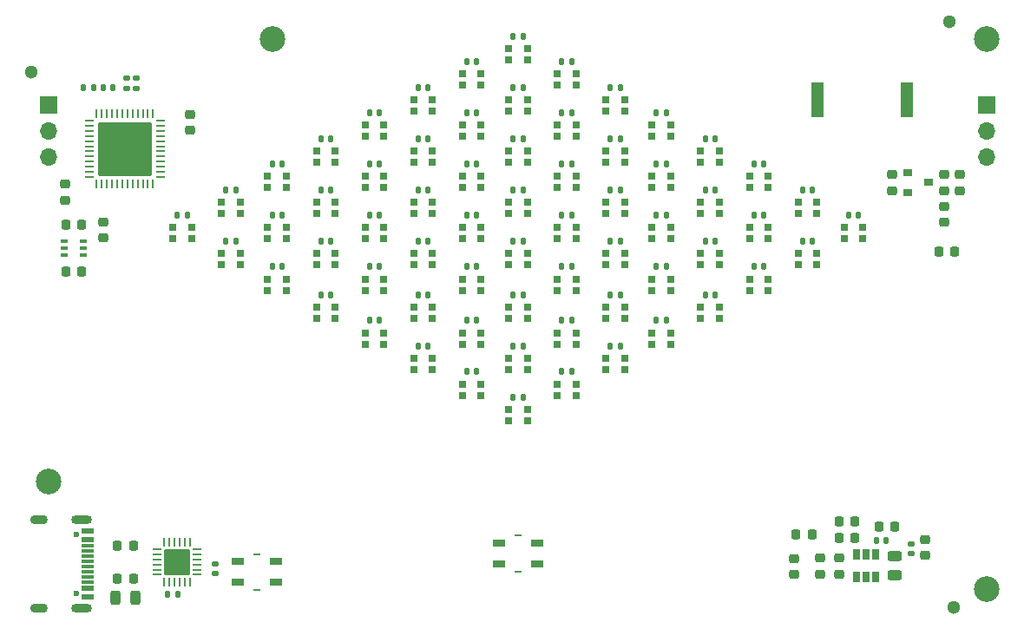
<source format=gbr>
G04 #@! TF.GenerationSoftware,KiCad,Pcbnew,5.99.0-unknown-4852a8afa1~142~ubuntu20.04.1*
G04 #@! TF.CreationDate,2021-10-18T20:21:54+02:00*
G04 #@! TF.ProjectId,chip2,63686970-322e-46b6-9963-61645f706362,1*
G04 #@! TF.SameCoordinates,Original*
G04 #@! TF.FileFunction,Soldermask,Top*
G04 #@! TF.FilePolarity,Negative*
%FSLAX46Y46*%
G04 Gerber Fmt 4.6, Leading zero omitted, Abs format (unit mm)*
G04 Created by KiCad (PCBNEW 5.99.0-unknown-4852a8afa1~142~ubuntu20.04.1) date 2021-10-18 20:21:54*
%MOMM*%
%LPD*%
G01*
G04 APERTURE LIST*
G04 Aperture macros list*
%AMRoundRect*
0 Rectangle with rounded corners*
0 $1 Rounding radius*
0 $2 $3 $4 $5 $6 $7 $8 $9 X,Y pos of 4 corners*
0 Add a 4 corners polygon primitive as box body*
4,1,4,$2,$3,$4,$5,$6,$7,$8,$9,$2,$3,0*
0 Add four circle primitives for the rounded corners*
1,1,$1+$1,$2,$3*
1,1,$1+$1,$4,$5*
1,1,$1+$1,$6,$7*
1,1,$1+$1,$8,$9*
0 Add four rect primitives between the rounded corners*
20,1,$1+$1,$2,$3,$4,$5,0*
20,1,$1+$1,$4,$5,$6,$7,0*
20,1,$1+$1,$6,$7,$8,$9,0*
20,1,$1+$1,$8,$9,$2,$3,0*%
G04 Aperture macros list end*
%ADD10C,1.300000*%
%ADD11RoundRect,0.062500X0.287500X0.062500X-0.287500X0.062500X-0.287500X-0.062500X0.287500X-0.062500X0*%
%ADD12R,1.250000X0.700000*%
%ADD13RoundRect,0.062500X-0.287500X-0.062500X0.287500X-0.062500X0.287500X0.062500X-0.287500X0.062500X0*%
%ADD14RoundRect,0.147500X-0.147500X-0.172500X0.147500X-0.172500X0.147500X0.172500X-0.147500X0.172500X0*%
%ADD15R,0.700000X0.700000*%
%ADD16RoundRect,0.218750X-0.256250X0.218750X-0.256250X-0.218750X0.256250X-0.218750X0.256250X0.218750X0*%
%ADD17RoundRect,0.147500X0.147500X0.172500X-0.147500X0.172500X-0.147500X-0.172500X0.147500X-0.172500X0*%
%ADD18C,2.500000*%
%ADD19RoundRect,0.218750X0.256250X-0.218750X0.256250X0.218750X-0.256250X0.218750X-0.256250X-0.218750X0*%
%ADD20RoundRect,0.243750X0.243750X0.456250X-0.243750X0.456250X-0.243750X-0.456250X0.243750X-0.456250X0*%
%ADD21RoundRect,0.218750X0.218750X0.256250X-0.218750X0.256250X-0.218750X-0.256250X0.218750X-0.256250X0*%
%ADD22C,0.600000*%
%ADD23R,1.160000X0.600000*%
%ADD24R,1.160000X0.300000*%
%ADD25O,1.700000X0.900000*%
%ADD26O,2.000000X0.900000*%
%ADD27R,0.650000X1.060000*%
%ADD28RoundRect,0.218750X-0.218750X-0.256250X0.218750X-0.256250X0.218750X0.256250X-0.218750X0.256250X0*%
%ADD29RoundRect,0.062500X-0.350000X-0.062500X0.350000X-0.062500X0.350000X0.062500X-0.350000X0.062500X0*%
%ADD30RoundRect,0.062500X-0.062500X-0.350000X0.062500X-0.350000X0.062500X0.350000X-0.062500X0.350000X0*%
%ADD31RoundRect,0.250000X-1.050000X-1.050000X1.050000X-1.050000X1.050000X1.050000X-1.050000X1.050000X0*%
%ADD32RoundRect,0.147500X0.172500X-0.147500X0.172500X0.147500X-0.172500X0.147500X-0.172500X-0.147500X0*%
%ADD33R,1.300000X3.400000*%
%ADD34RoundRect,0.147500X-0.172500X0.147500X-0.172500X-0.147500X0.172500X-0.147500X0.172500X0.147500X0*%
%ADD35RoundRect,0.243750X0.456250X-0.243750X0.456250X0.243750X-0.456250X0.243750X-0.456250X-0.243750X0*%
%ADD36R,1.700000X1.700000*%
%ADD37O,1.700000X1.700000*%
%ADD38R,0.900000X0.800000*%
%ADD39R,0.650000X0.400000*%
%ADD40RoundRect,0.062500X-0.062500X0.337500X-0.062500X-0.337500X0.062500X-0.337500X0.062500X0.337500X0*%
%ADD41RoundRect,0.062500X-0.337500X0.062500X-0.337500X-0.062500X0.337500X-0.062500X0.337500X0.062500X0*%
%ADD42RoundRect,0.250001X-2.399999X2.399999X-2.399999X-2.399999X2.399999X-2.399999X2.399999X2.399999X0*%
G04 APERTURE END LIST*
D10*
X187600000Y-62100000D03*
X98000000Y-67000000D03*
X188000000Y-119250000D03*
D11*
X120050000Y-117550000D03*
X120050000Y-114050000D03*
D12*
X121925000Y-116800000D03*
X118175000Y-116800000D03*
X121925000Y-114800000D03*
X118175000Y-114800000D03*
D13*
X145500000Y-112250000D03*
X145500000Y-115750000D03*
D12*
X143625000Y-113000000D03*
X147375000Y-113000000D03*
X143625000Y-115000000D03*
X147375000Y-115000000D03*
D14*
X126265000Y-78500000D03*
X127235000Y-78500000D03*
D15*
X149335000Y-72200000D03*
X149335000Y-73300000D03*
X151165000Y-73300000D03*
X151165000Y-72200000D03*
D16*
X188650000Y-77012500D03*
X188650000Y-78587500D03*
D15*
X154085000Y-89950000D03*
X154085000Y-91050000D03*
X155915000Y-91050000D03*
X155915000Y-89950000D03*
D14*
X105015000Y-68500000D03*
X105985000Y-68500000D03*
X135765000Y-83500000D03*
X136735000Y-83500000D03*
D17*
X131985000Y-91250000D03*
X131015000Y-91250000D03*
D15*
X163335000Y-79700000D03*
X163335000Y-80800000D03*
X165165000Y-80800000D03*
X165165000Y-79700000D03*
D17*
X145985000Y-63500000D03*
X145015000Y-63500000D03*
D18*
X121590000Y-63750000D03*
D19*
X105050000Y-83187500D03*
X105050000Y-81612500D03*
D15*
X125835000Y-79700000D03*
X125835000Y-80800000D03*
X127665000Y-80800000D03*
X127665000Y-79700000D03*
D17*
X164735000Y-83500000D03*
X163765000Y-83500000D03*
D14*
X173265000Y-83500000D03*
X174235000Y-83500000D03*
D15*
X158585000Y-82200000D03*
X158585000Y-83300000D03*
X160415000Y-83300000D03*
X160415000Y-82200000D03*
D17*
X127235000Y-88750000D03*
X126265000Y-88750000D03*
D14*
X135765000Y-68500000D03*
X136735000Y-68500000D03*
D17*
X127235000Y-73500000D03*
X126265000Y-73500000D03*
X150735000Y-81000000D03*
X149765000Y-81000000D03*
D15*
X149335000Y-77200000D03*
X149335000Y-78300000D03*
X151165000Y-78300000D03*
X151165000Y-77200000D03*
D14*
X131015000Y-76000000D03*
X131985000Y-76000000D03*
D15*
X140085000Y-72200000D03*
X140085000Y-73300000D03*
X141915000Y-73300000D03*
X141915000Y-72200000D03*
D14*
X140515000Y-81000000D03*
X141485000Y-81000000D03*
D16*
X182000000Y-77012500D03*
X182000000Y-78587500D03*
D14*
X140515000Y-71000000D03*
X141485000Y-71000000D03*
D18*
X191250000Y-63750000D03*
D15*
X149335000Y-82200000D03*
X149335000Y-83300000D03*
X151165000Y-83300000D03*
X151165000Y-82200000D03*
X116585000Y-84700000D03*
X116585000Y-85800000D03*
X118415000Y-85800000D03*
X118415000Y-84700000D03*
D20*
X108137500Y-118350000D03*
X106262500Y-118350000D03*
D14*
X111315000Y-118000000D03*
X112285000Y-118000000D03*
D19*
X172450000Y-116047500D03*
X172450000Y-114472500D03*
D16*
X187100000Y-77012500D03*
X187100000Y-78587500D03*
D15*
X172835000Y-79700000D03*
X172835000Y-80800000D03*
X174665000Y-80800000D03*
X174665000Y-79700000D03*
D14*
X154515000Y-68500000D03*
X155485000Y-68500000D03*
D21*
X102962500Y-81900000D03*
X101387500Y-81900000D03*
D14*
X140515000Y-86000000D03*
X141485000Y-86000000D03*
D17*
X150735000Y-76000000D03*
X149765000Y-76000000D03*
D15*
X149335000Y-87200000D03*
X149335000Y-88300000D03*
X151165000Y-88300000D03*
X151165000Y-87200000D03*
D22*
X102450000Y-112110000D03*
X102450000Y-117890000D03*
D23*
X103510000Y-111800000D03*
X103510000Y-112600000D03*
D24*
X103510000Y-113750000D03*
X103510000Y-114750000D03*
X103510000Y-115250000D03*
X103510000Y-116250000D03*
D23*
X103510000Y-117400000D03*
X103510000Y-118200000D03*
X103510000Y-118200000D03*
X103510000Y-117400000D03*
D24*
X103510000Y-116750000D03*
X103510000Y-115750000D03*
X103510000Y-114250000D03*
X103510000Y-113250000D03*
D23*
X103510000Y-112600000D03*
X103510000Y-111800000D03*
D25*
X98760000Y-110680000D03*
D26*
X102930000Y-119320000D03*
D25*
X98760000Y-119320000D03*
D26*
X102930000Y-110680000D03*
D17*
X127235000Y-83500000D03*
X126265000Y-83500000D03*
D19*
X176850000Y-115987500D03*
X176850000Y-114412500D03*
D17*
X136735000Y-93750000D03*
X135765000Y-93750000D03*
D15*
X163335000Y-74700000D03*
X163335000Y-75800000D03*
X165165000Y-75800000D03*
X165165000Y-74700000D03*
X144585000Y-89950000D03*
X144585000Y-91050000D03*
X146415000Y-91050000D03*
X146415000Y-89950000D03*
D17*
X155485000Y-78500000D03*
X154515000Y-78500000D03*
D16*
X113550000Y-71137500D03*
X113550000Y-72712500D03*
D15*
X154085000Y-79700000D03*
X154085000Y-80800000D03*
X155915000Y-80800000D03*
X155915000Y-79700000D03*
X158585000Y-77200000D03*
X158585000Y-78300000D03*
X160415000Y-78300000D03*
X160415000Y-77200000D03*
X130585000Y-72200000D03*
X130585000Y-73300000D03*
X132415000Y-73300000D03*
X132415000Y-72200000D03*
X140085000Y-87200000D03*
X140085000Y-88300000D03*
X141915000Y-88300000D03*
X141915000Y-87200000D03*
X140085000Y-77200000D03*
X140085000Y-78300000D03*
X141915000Y-78300000D03*
X141915000Y-77200000D03*
D14*
X112265000Y-81000000D03*
X113235000Y-81000000D03*
D15*
X125835000Y-84700000D03*
X125835000Y-85800000D03*
X127665000Y-85800000D03*
X127665000Y-84700000D03*
D17*
X150735000Y-91250000D03*
X149765000Y-91250000D03*
X145985000Y-98750000D03*
X145015000Y-98750000D03*
D15*
X168085000Y-82200000D03*
X168085000Y-83300000D03*
X169915000Y-83300000D03*
X169915000Y-82200000D03*
D14*
X117015000Y-78500000D03*
X117985000Y-78500000D03*
D15*
X135335000Y-89950000D03*
X135335000Y-91050000D03*
X137165000Y-91050000D03*
X137165000Y-89950000D03*
D17*
X169485000Y-76000000D03*
X168515000Y-76000000D03*
D14*
X131015000Y-71000000D03*
X131985000Y-71000000D03*
D15*
X163335000Y-89950000D03*
X163335000Y-91050000D03*
X165165000Y-91050000D03*
X165165000Y-89950000D03*
D14*
X154515000Y-73500000D03*
X155485000Y-73500000D03*
D19*
X185200000Y-114187500D03*
X185200000Y-112612500D03*
D15*
X149335000Y-67200000D03*
X149335000Y-68300000D03*
X151165000Y-68300000D03*
X151165000Y-67200000D03*
D14*
X149765000Y-86000000D03*
X150735000Y-86000000D03*
X145015000Y-88750000D03*
X145985000Y-88750000D03*
D15*
X168085000Y-87200000D03*
X168085000Y-88300000D03*
X169915000Y-88300000D03*
X169915000Y-87200000D03*
D19*
X187100000Y-81687500D03*
X187100000Y-80112500D03*
D15*
X130585000Y-77200000D03*
X130585000Y-78300000D03*
X132415000Y-78300000D03*
X132415000Y-77200000D03*
D27*
X178500000Y-116300000D03*
X179450000Y-116300000D03*
X180400000Y-116300000D03*
X180400000Y-114100000D03*
X179450000Y-114100000D03*
X178500000Y-114100000D03*
D15*
X144585000Y-69700000D03*
X144585000Y-70800000D03*
X146415000Y-70800000D03*
X146415000Y-69700000D03*
X144585000Y-74700000D03*
X144585000Y-75800000D03*
X146415000Y-75800000D03*
X146415000Y-74700000D03*
X172835000Y-84700000D03*
X172835000Y-85800000D03*
X174665000Y-85800000D03*
X174665000Y-84700000D03*
D17*
X131985000Y-81000000D03*
X131015000Y-81000000D03*
D15*
X140085000Y-97450000D03*
X140085000Y-98550000D03*
X141915000Y-98550000D03*
X141915000Y-97450000D03*
X154085000Y-94950000D03*
X154085000Y-96050000D03*
X155915000Y-96050000D03*
X155915000Y-94950000D03*
D28*
X186562500Y-84525000D03*
X188137500Y-84525000D03*
D14*
X145015000Y-73500000D03*
X145985000Y-73500000D03*
X149765000Y-96250000D03*
X150735000Y-96250000D03*
D15*
X135335000Y-74700000D03*
X135335000Y-75800000D03*
X137165000Y-75800000D03*
X137165000Y-74700000D03*
X135335000Y-79700000D03*
X135335000Y-80800000D03*
X137165000Y-80800000D03*
X137165000Y-79700000D03*
X163335000Y-84700000D03*
X163335000Y-85800000D03*
X165165000Y-85800000D03*
X165165000Y-84700000D03*
D17*
X122485000Y-81000000D03*
X121515000Y-81000000D03*
D28*
X180712500Y-111350000D03*
X182287500Y-111350000D03*
D15*
X154085000Y-84700000D03*
X154085000Y-85800000D03*
X155915000Y-85800000D03*
X155915000Y-84700000D03*
X144585000Y-79700000D03*
X144585000Y-80800000D03*
X146415000Y-80800000D03*
X146415000Y-79700000D03*
X144585000Y-99950000D03*
X144585000Y-101050000D03*
X146415000Y-101050000D03*
X146415000Y-99950000D03*
D14*
X177765000Y-81000000D03*
X178735000Y-81000000D03*
D15*
X140085000Y-67200000D03*
X140085000Y-68300000D03*
X141915000Y-68300000D03*
X141915000Y-67200000D03*
D29*
X110312500Y-113562500D03*
X110312500Y-114062500D03*
X110312500Y-114562500D03*
X110312500Y-115062500D03*
X110312500Y-115562500D03*
X110312500Y-116062500D03*
D30*
X111000000Y-116750000D03*
X111500000Y-116750000D03*
X112000000Y-116750000D03*
X112500000Y-116750000D03*
X113000000Y-116750000D03*
X113500000Y-116750000D03*
D29*
X114187500Y-116062500D03*
X114187500Y-115562500D03*
X114187500Y-115062500D03*
X114187500Y-114562500D03*
X114187500Y-114062500D03*
X114187500Y-113562500D03*
D30*
X113500000Y-112875000D03*
X113000000Y-112875000D03*
X112500000Y-112875000D03*
X112000000Y-112875000D03*
X111500000Y-112875000D03*
X111000000Y-112875000D03*
D31*
X112250000Y-114812500D03*
D28*
X101387500Y-86500000D03*
X102962500Y-86500000D03*
D15*
X154085000Y-69700000D03*
X154085000Y-70800000D03*
X155915000Y-70800000D03*
X155915000Y-69700000D03*
D17*
X122485000Y-76000000D03*
X121515000Y-76000000D03*
D15*
X154085000Y-74700000D03*
X154085000Y-75800000D03*
X155915000Y-75800000D03*
X155915000Y-74700000D03*
X135335000Y-94950000D03*
X135335000Y-96050000D03*
X137165000Y-96050000D03*
X137165000Y-94950000D03*
D17*
X164735000Y-73500000D03*
X163765000Y-73500000D03*
X164735000Y-78500000D03*
X163765000Y-78500000D03*
D14*
X140515000Y-76000000D03*
X141485000Y-76000000D03*
D17*
X150735000Y-71000000D03*
X149765000Y-71000000D03*
D15*
X140085000Y-82200000D03*
X140085000Y-83300000D03*
X141915000Y-83300000D03*
X141915000Y-82200000D03*
D17*
X159985000Y-71000000D03*
X159015000Y-71000000D03*
D14*
X121515000Y-86000000D03*
X122485000Y-86000000D03*
X103115000Y-68500000D03*
X104085000Y-68500000D03*
D32*
X108300000Y-68585000D03*
X108300000Y-67615000D03*
D14*
X140515000Y-91250000D03*
X141485000Y-91250000D03*
D15*
X125835000Y-89950000D03*
X125835000Y-91050000D03*
X127665000Y-91050000D03*
X127665000Y-89950000D03*
X140085000Y-92450000D03*
X140085000Y-93550000D03*
X141915000Y-93550000D03*
X141915000Y-92450000D03*
D16*
X101300000Y-77962500D03*
X101300000Y-79537500D03*
D33*
X174750000Y-69700000D03*
X183450000Y-69700000D03*
D14*
X154515000Y-93750000D03*
X155485000Y-93750000D03*
D34*
X116000000Y-114990000D03*
X116000000Y-115960000D03*
D17*
X159985000Y-91250000D03*
X159015000Y-91250000D03*
D15*
X121085000Y-82200000D03*
X121085000Y-83300000D03*
X122915000Y-83300000D03*
X122915000Y-82200000D03*
X130585000Y-82200000D03*
X130585000Y-83300000D03*
X132415000Y-83300000D03*
X132415000Y-82200000D03*
D14*
X168515000Y-86000000D03*
X169485000Y-86000000D03*
D15*
X111835000Y-82200000D03*
X111835000Y-83300000D03*
X113665000Y-83300000D03*
X113665000Y-82200000D03*
D28*
X176812500Y-110899999D03*
X178387500Y-110899999D03*
D14*
X180465000Y-112700000D03*
X181435000Y-112700000D03*
D32*
X183900001Y-114035000D03*
X183900001Y-113065000D03*
D14*
X145015000Y-83500000D03*
X145985000Y-83500000D03*
D15*
X158585000Y-92450000D03*
X158585000Y-93550000D03*
X160415000Y-93550000D03*
X160415000Y-92450000D03*
D14*
X173265000Y-78500000D03*
X174235000Y-78500000D03*
X168515000Y-81000000D03*
X169485000Y-81000000D03*
D17*
X150735000Y-66000000D03*
X149765000Y-66000000D03*
D14*
X140515000Y-96250000D03*
X141485000Y-96250000D03*
D35*
X182300000Y-116137500D03*
X182300000Y-114262500D03*
D36*
X191250000Y-70250000D03*
D37*
X191250000Y-72790000D03*
X191250000Y-75330000D03*
D15*
X121085000Y-77200000D03*
X121085000Y-78300000D03*
X122915000Y-78300000D03*
X122915000Y-77200000D03*
D28*
X106412500Y-116450000D03*
X107987500Y-116450000D03*
D15*
X177335000Y-82200000D03*
X177335000Y-83300000D03*
X179165000Y-83300000D03*
X179165000Y-82200000D03*
D14*
X140515000Y-66000000D03*
X141485000Y-66000000D03*
D15*
X144585000Y-84700000D03*
X144585000Y-85800000D03*
X146415000Y-85800000D03*
X146415000Y-84700000D03*
X130585000Y-92450000D03*
X130585000Y-93550000D03*
X132415000Y-93550000D03*
X132415000Y-92450000D03*
D28*
X106412500Y-113200000D03*
X107987500Y-113200000D03*
D15*
X149335000Y-92450000D03*
X149335000Y-93550000D03*
X151165000Y-93550000D03*
X151165000Y-92450000D03*
D18*
X99750000Y-106950000D03*
D14*
X154515000Y-83500000D03*
X155485000Y-83500000D03*
D15*
X158585000Y-72200000D03*
X158585000Y-73300000D03*
X160415000Y-73300000D03*
X160415000Y-72200000D03*
D14*
X163765000Y-88750000D03*
X164735000Y-88750000D03*
D38*
X183550000Y-76850000D03*
X183550000Y-78750000D03*
X185550000Y-77800000D03*
D15*
X135335000Y-84700000D03*
X135335000Y-85800000D03*
X137165000Y-85800000D03*
X137165000Y-84700000D03*
D17*
X159985000Y-76000000D03*
X159015000Y-76000000D03*
D15*
X168085000Y-77200000D03*
X168085000Y-78300000D03*
X169915000Y-78300000D03*
X169915000Y-77200000D03*
D17*
X117985000Y-83500000D03*
X117015000Y-83500000D03*
D15*
X149335000Y-97450000D03*
X149335000Y-98550000D03*
X151165000Y-98550000D03*
X151165000Y-97450000D03*
X121085000Y-87200000D03*
X121085000Y-88300000D03*
X122915000Y-88300000D03*
X122915000Y-87200000D03*
D21*
X178387500Y-112450000D03*
X176812500Y-112450000D03*
D15*
X144585000Y-94950000D03*
X144585000Y-96050000D03*
X146415000Y-96050000D03*
X146415000Y-94950000D03*
D17*
X145985000Y-93750000D03*
X145015000Y-93750000D03*
D15*
X116585000Y-79700000D03*
X116585000Y-80800000D03*
X118415000Y-80800000D03*
X118415000Y-79700000D03*
X125835000Y-74700000D03*
X125835000Y-75800000D03*
X127665000Y-75800000D03*
X127665000Y-74700000D03*
D39*
X101225000Y-83550000D03*
X101225000Y-84200000D03*
X101225000Y-84850000D03*
X103125000Y-84850000D03*
X103125000Y-84200000D03*
X103125000Y-83550000D03*
D17*
X136735000Y-73500000D03*
X135765000Y-73500000D03*
D18*
X191250000Y-117500000D03*
D14*
X159015000Y-81000000D03*
X159985000Y-81000000D03*
D15*
X144585000Y-64700000D03*
X144585000Y-65800000D03*
X146415000Y-65800000D03*
X146415000Y-64700000D03*
D17*
X132000000Y-86000000D03*
X131030000Y-86000000D03*
X136735000Y-88750000D03*
X135765000Y-88750000D03*
D16*
X174950000Y-114450000D03*
X174950000Y-116025000D03*
D17*
X159985000Y-86000000D03*
X159015000Y-86000000D03*
D15*
X158585000Y-87200000D03*
X158585000Y-88300000D03*
X160415000Y-88300000D03*
X160415000Y-87200000D03*
D40*
X109900000Y-71050000D03*
X109400000Y-71050000D03*
X108900000Y-71050000D03*
X108400000Y-71050000D03*
X107900000Y-71050000D03*
X107400000Y-71050000D03*
X106900000Y-71050000D03*
X106400000Y-71050000D03*
X105900000Y-71050000D03*
X105400000Y-71050000D03*
X104900000Y-71050000D03*
X104400000Y-71050000D03*
D41*
X103700000Y-71750000D03*
X103700000Y-72250000D03*
X103700000Y-72750000D03*
X103700000Y-73250000D03*
X103700000Y-73750000D03*
X103700000Y-74250000D03*
X103700000Y-74750000D03*
X103700000Y-75250000D03*
X103700000Y-75750000D03*
X103700000Y-76250000D03*
X103700000Y-76750000D03*
X103700000Y-77250000D03*
D40*
X104400000Y-77950000D03*
X104900000Y-77950000D03*
X105400000Y-77950000D03*
X105900000Y-77950000D03*
X106400000Y-77950000D03*
X106900000Y-77950000D03*
X107400000Y-77950000D03*
X107900000Y-77950000D03*
X108400000Y-77950000D03*
X108900000Y-77950000D03*
X109400000Y-77950000D03*
X109900000Y-77950000D03*
D41*
X110600000Y-77250000D03*
X110600000Y-76750000D03*
X110600000Y-76250000D03*
X110600000Y-75750000D03*
X110600000Y-75250000D03*
X110600000Y-74750000D03*
X110600000Y-74250000D03*
X110600000Y-73750000D03*
X110600000Y-73250000D03*
X110600000Y-72750000D03*
X110600000Y-72250000D03*
X110600000Y-71750000D03*
D42*
X107150000Y-74500000D03*
D17*
X136735000Y-78500000D03*
X135765000Y-78500000D03*
D28*
X172642500Y-112130000D03*
X174217500Y-112130000D03*
D32*
X107300000Y-68585000D03*
X107300000Y-67615000D03*
D36*
X99750000Y-70225000D03*
D37*
X99750000Y-72765000D03*
X99750000Y-75305000D03*
D15*
X130585000Y-87200000D03*
X130585000Y-88300000D03*
X132415000Y-88300000D03*
X132415000Y-87200000D03*
D17*
X155485000Y-88750000D03*
X154515000Y-88750000D03*
D15*
X135335000Y-69700000D03*
X135335000Y-70800000D03*
X137165000Y-70800000D03*
X137165000Y-69700000D03*
D14*
X145015000Y-68500000D03*
X145985000Y-68500000D03*
D17*
X145985000Y-78500000D03*
X145015000Y-78500000D03*
M02*

</source>
